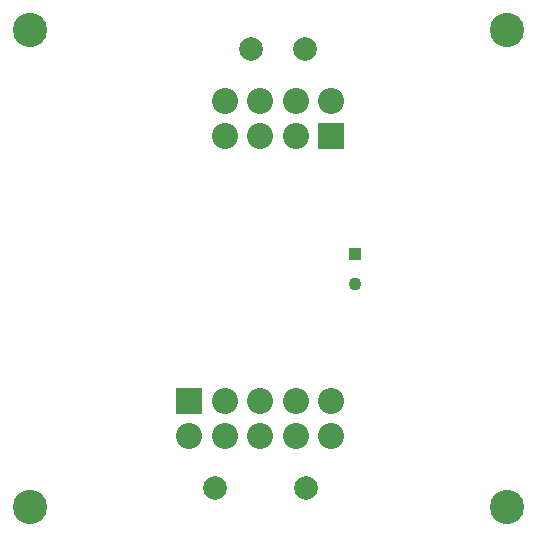
<source format=gbs>
G04*
G04 #@! TF.GenerationSoftware,Altium Limited,Altium Designer,19.1.7 (138)*
G04*
G04 Layer_Color=16711935*
%FSLAX25Y25*%
%MOIN*%
G70*
G01*
G75*
%ADD14C,0.08674*%
%ADD15R,0.08674X0.08674*%
%ADD16C,0.07887*%
%ADD17C,0.04343*%
%ADD18R,0.04343X0.04343*%
%ADD19C,0.11430*%
D14*
X100394Y35433D02*
D03*
Y23622D02*
D03*
X88583D02*
D03*
X76772D02*
D03*
X64961D02*
D03*
X53150D02*
D03*
X88583Y35433D02*
D03*
X76772D02*
D03*
X64961D02*
D03*
X88583Y123622D02*
D03*
X76772D02*
D03*
X64961D02*
D03*
X100394Y135433D02*
D03*
X88583D02*
D03*
X76772D02*
D03*
X64961D02*
D03*
D15*
X53150Y35433D02*
D03*
X100394Y123622D02*
D03*
D16*
X91890Y6299D02*
D03*
X61654D02*
D03*
X91732Y152756D02*
D03*
X73622D02*
D03*
D17*
X108268Y74410D02*
D03*
D18*
Y84252D02*
D03*
D19*
X0Y0D02*
D03*
X159055D02*
D03*
Y159055D02*
D03*
X0D02*
D03*
M02*

</source>
